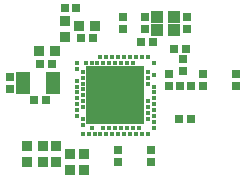
<source format=gts>
G04*
G04 #@! TF.GenerationSoftware,Altium Limited,Altium Designer,19.0.10 (269)*
G04*
G04 Layer_Color=8388736*
%FSLAX24Y24*%
%MOIN*%
G70*
G01*
G75*
%ADD23R,0.0257X0.0296*%
%ADD24R,0.0316X0.0257*%
%ADD25R,0.0296X0.0257*%
%ADD26R,0.0375X0.0355*%
%ADD27R,0.0434X0.0395*%
%ADD28R,0.0355X0.0375*%
%ADD29C,0.0148*%
%ADD30R,0.1949X0.1949*%
%ADD31R,0.0454X0.0769*%
D23*
X4039Y717D02*
D03*
Y323D02*
D03*
X2916Y323D02*
D03*
Y717D02*
D03*
X1792Y305D02*
D03*
Y699D02*
D03*
X2266Y1197D02*
D03*
Y803D02*
D03*
X1191Y-1821D02*
D03*
Y-2215D02*
D03*
X98Y-1821D02*
D03*
Y-2215D02*
D03*
X2378Y2597D02*
D03*
Y2203D02*
D03*
X978Y2203D02*
D03*
Y2597D02*
D03*
X266Y2205D02*
D03*
Y2598D02*
D03*
X-3515Y217D02*
D03*
Y610D02*
D03*
D24*
X2165Y302D02*
D03*
X2539Y302D02*
D03*
X-1673Y2904D02*
D03*
X-1299D02*
D03*
D25*
X876Y1791D02*
D03*
X1270D02*
D03*
X2126Y-787D02*
D03*
X2520D02*
D03*
X1969Y1545D02*
D03*
X2362D02*
D03*
X-2096Y1033D02*
D03*
X-2490D02*
D03*
X-2314Y-167D02*
D03*
X-2708D02*
D03*
X-1127Y1900D02*
D03*
X-733D02*
D03*
D26*
X-1959Y-2215D02*
D03*
Y-1683D02*
D03*
X-2421Y-2215D02*
D03*
Y-1683D02*
D03*
X-2953Y-2215D02*
D03*
Y-1683D02*
D03*
X-1673Y2490D02*
D03*
Y1959D02*
D03*
X-1496Y-2500D02*
D03*
Y-1969D02*
D03*
X-1033Y-2500D02*
D03*
Y-1969D02*
D03*
D27*
X1392Y2173D02*
D03*
Y2626D02*
D03*
X1963D02*
D03*
Y2173D02*
D03*
D28*
X-2549Y1467D02*
D03*
X-2018D02*
D03*
X-1191Y2309D02*
D03*
X-659D02*
D03*
D29*
X886Y1280D02*
D03*
X-492D02*
D03*
X-295D02*
D03*
X-98D02*
D03*
X98D02*
D03*
X295D02*
D03*
X492D02*
D03*
X689D02*
D03*
X1083D02*
D03*
X-1280Y1083D02*
D03*
X-984D02*
D03*
X-787D02*
D03*
X-591D02*
D03*
X-394D02*
D03*
X-197D02*
D03*
X0D02*
D03*
X197D02*
D03*
X394D02*
D03*
X591D02*
D03*
X1280D02*
D03*
X1083Y787D02*
D03*
X-1280Y886D02*
D03*
X-1083Y787D02*
D03*
X1280Y689D02*
D03*
X-1083Y591D02*
D03*
X1083D02*
D03*
X-1280Y492D02*
D03*
X-1083Y394D02*
D03*
X1083D02*
D03*
X-1280Y295D02*
D03*
X1280D02*
D03*
X-1083Y197D02*
D03*
X-1280Y98D02*
D03*
X1280D02*
D03*
X-1083Y0D02*
D03*
X-1280Y-98D02*
D03*
X1280D02*
D03*
X-1083Y-197D02*
D03*
X1083D02*
D03*
X-1280Y-295D02*
D03*
X1280D02*
D03*
X-1083Y-394D02*
D03*
X1083D02*
D03*
X-1280Y-492D02*
D03*
X1280D02*
D03*
X1083Y-591D02*
D03*
X-1280Y-689D02*
D03*
X1280D02*
D03*
X-1083Y-787D02*
D03*
X1083D02*
D03*
X1280Y-886D02*
D03*
X-1083Y-984D02*
D03*
X-787Y-1083D02*
D03*
X-394D02*
D03*
X-197D02*
D03*
X0D02*
D03*
X197D02*
D03*
X394D02*
D03*
X591D02*
D03*
X787D02*
D03*
X1280D02*
D03*
X-1083Y-1280D02*
D03*
X-886D02*
D03*
X-689D02*
D03*
X-492D02*
D03*
X-295D02*
D03*
X-98D02*
D03*
X98D02*
D03*
X295D02*
D03*
X492D02*
D03*
X689D02*
D03*
X886D02*
D03*
X1083D02*
D03*
D30*
X0Y0D02*
D03*
D31*
X-2078Y404D02*
D03*
X-3062D02*
D03*
M02*

</source>
